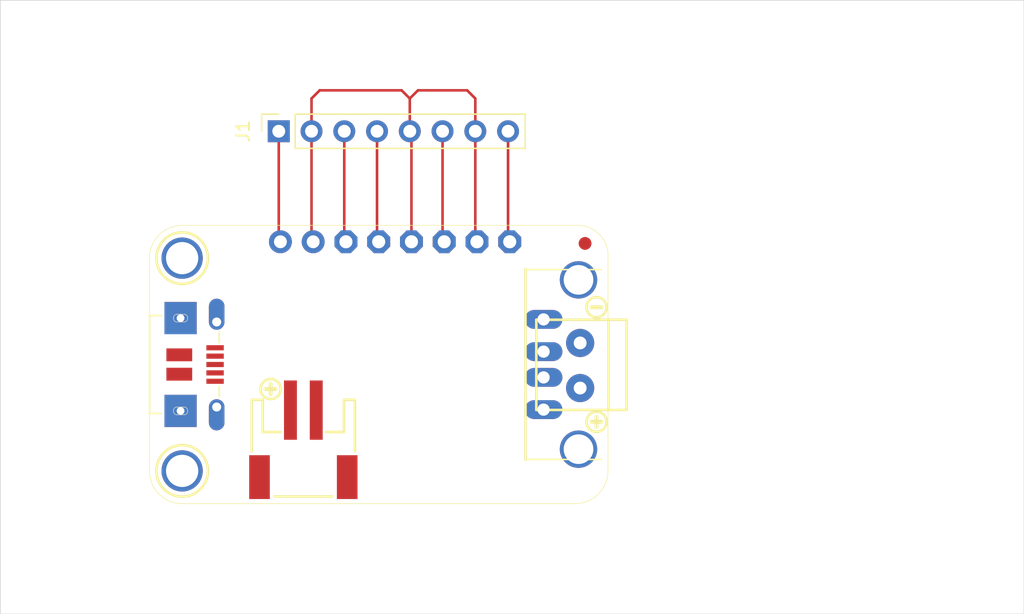
<source format=kicad_pcb>
(kicad_pcb (version 20240108) (generator "pcbnew") (generator_version "8.0")
  (layers (0 "F.Cu" signal) (31 "B.Cu" signal) (34 "B.Paste" user) (35 "F.Paste" user) (36 "B.SilkS" user "B.Silkscreen") (37 "F.SilkS" user "F.Silkscreen") (38 "B.Mask" user) (39 "F.Mask" user) (44 "Edge.Cuts" user))
  (net 0 "")
  (net 1 "/GND")
  (net 2 "/LB")
  (net 3 "/EN")
  (net 4 "/USB")
  (net 5 "/Bat")
  (net 6 "/5V")
  (footprint "PowerBoostCharger:JSTPH2" (layer "F.Cu") (at 83.186437 82.491369 180)
    (property "Reference" "B1" (hide yes))
    (property "Value" "1.8-5V" (hide yes))
    (fp_line (start 4 4.5) (end 3.15 4.5) (stroke (width 0.2032)) (layer "F.SilkS"))
    (fp_line (start 4 0.5) (end 4 4.5) (stroke (width 0.2032)) (layer "F.SilkS"))
    (fp_line (start 3.15 4.5) (end 3.15 2) (stroke (width 0.2032)) (layer "F.SilkS"))
    (fp_line (start 3.15 2) (end 1.75 2) (stroke (width 0.2032)) (layer "F.SilkS"))
    (fp_line (start -1.75 2) (end -3.15 2) (stroke (width 0.2032)) (layer "F.SilkS"))
    (fp_line (start -2.25 -3) (end 2.25 -3) (stroke (width 0.2032)) (layer "F.SilkS"))
    (fp_line (start -3.15 4.5) (end -4 4.5) (stroke (width 0.2032)) (layer "F.SilkS"))
    (fp_line (start -3.15 2) (end -3.15 4.5) (stroke (width 0.2032)) (layer "F.SilkS"))
    (fp_line (start -4 4.5) (end -4 0.5) (stroke (width 0.2032)) (layer "F.SilkS"))
    (pad "1" smd rect (at -1 3.7 180) (size 1 4.6) (layers "F.Cu" "F.Paste" "F.Mask"))
    (pad "2" smd rect (at 1 3.7 180) (size 1 4.6) (layers "F.Cu" "F.Paste" "F.Mask"))
    (pad "NC1" smd rect (at -3.4 -1.5 270) (size 3.4 1.6) (layers "F.Cu" "F.Paste" "F.Mask"))
    (pad "NC2" smd rect (at 3.4 -1.5 270) (size 3.4 1.6) (layers "F.Cu" "F.Paste" "F.Mask"))
  )
  (footprint "PowerBoostCharger:SYMBOL_PLUS" (layer "F.Cu") (at 80.646437 77.157369)
    (property "Reference" "U$13" (hide yes))
    (property "Value" "" (hide yes))
    (fp_line (start 0 -0.3968) (end 0 0.3968) (stroke (width 0.3048)) (layer "F.SilkS"))
    (fp_line (start 0.3968 0) (end -0.3969 0) (stroke (width 0.3048)) (layer "F.SilkS"))
    (fp_circle (center 0 0) (end 0.7817 0) (stroke (width 0.2032)) (fill none) (layer "F.SilkS"))
  )
  (footprint "Connector_PinSocket_2.54mm:PinSocket_1x08_P2.54mm_Vertical" (layer "F.Cu") (at 81.28 57.15 90)
    (property "Reference" "J1" (at 0 -2.77 90) (layer "F.SilkS"))
    (property "Value" "Conn_01x08")
    (fp_line (start 1.33 -1.33) (end 1.33 0) (stroke (width 0.12)) (layer "F.SilkS"))
    (fp_line (start 0 -1.33) (end 1.33 -1.33) (stroke (width 0.12)) (layer "F.SilkS"))
    (fp_line (start 1.33 1.27) (end 1.33 19.11) (stroke (width 0.12)) (layer "F.SilkS"))
    (fp_line (start -1.33 1.27) (end 1.33 1.27) (stroke (width 0.12)) (layer "F.SilkS"))
    (fp_line (start -1.33 1.27) (end -1.33 19.11) (stroke (width 0.12)) (layer "F.SilkS"))
    (fp_line (start -1.33 19.11) (end 1.33 19.11) (stroke (width 0.12)) (layer "F.SilkS"))
    (pad "1" thru_hole rect (at 0 0 90) (size 1.7 1.7) (drill 1) (layers "*.Cu" "*.Mask") (net 4 "/USB"))
    (pad "2" thru_hole oval (at 0 2.54 90) (size 1.7 1.7) (drill 1) (layers "*.Cu" "*.Mask") (net 1 "/GND"))
    (pad "3" thru_hole oval (at 0 5.08 90) (size 1.7 1.7) (drill 1) (layers "*.Cu" "*.Mask") (net 5 "/Bat"))
    (pad "4" thru_hole oval (at 0 7.62 90) (size 1.7 1.7) (drill 1) (layers "*.Cu" "*.Mask") (net 3 "/EN"))
    (pad "5" thru_hole oval (at 0 10.16 90) (size 1.7 1.7) (drill 1) (layers "*.Cu" "*.Mask") (net 1 "/GND"))
    (pad "6" thru_hole oval (at 0 12.7 90) (size 1.7 1.7) (drill 1) (layers "*.Cu" "*.Mask") (net 2 "/LB"))
    (pad "7" thru_hole oval (at 0 15.24 90) (size 1.7 1.7) (drill 1) (layers "*.Cu" "*.Mask") (net 1 "/GND"))
    (pad "8" thru_hole oval (at 0 17.78 90) (size 1.7 1.7) (drill 1) (layers "*.Cu" "*.Mask") (net 6 "/5V"))
  )
  (footprint "PowerBoostCharger:SYMBOL_MINUS" (layer "F.Cu") (at 105.919437 70.807369)
    (property "Reference" "U$26" (hide yes))
    (property "Value" "" (hide yes))
    (fp_line (start 0.3968 0) (end -0.3969 0) (stroke (width 0.3048)) (layer "F.SilkS"))
    (fp_circle (center 0 0) (end 0.7817 0) (stroke (width 0.2032)) (fill none) (layer "F.SilkS"))
  )
  (footprint "PowerBoostCharger:1X02_ROUND" (layer "F.Cu") (at 82.678437 65.727369)
    (property "Reference" "JP2" (hide yes))
    (property "Value" "" (hide yes))
    (pad "GND" thru_hole circle (at 1.27 0 90) (size 1.778 1.778) (drill 1) (layers "*.Cu" "*.Mask") (net 1 "/GND"))
    (pad "USB" thru_hole circle (at -1.27 0 90) (size 1.778 1.778) (drill 1) (layers "*.Cu" "*.Mask") (net 4 "/USB"))
  )
  (footprint "PowerBoostCharger:MOUNTINGHOLE_2.5_PLATED" (layer "F.Cu") (at 73.788437 66.997369)
    (property "Reference" "U$10" (hide yes))
    (property "Value" "MOUNTINGHOLE2.5" (hide yes))
    (fp_circle (center 0 0) (end 2 0) (stroke (width 0.2032)) (fill none) (layer "F.SilkS"))
    (pad "P$1" thru_hole circle (at 0 0) (size 3.2 3.2) (drill 2.5) (layers "*.Cu" "*.Mask"))
  )
  (footprint "PowerBoostCharger:MOUNTINGHOLE_2.5_PLATED" (layer "F.Cu") (at 73.788437 83.507369)
    (property "Reference" "U$12" (hide yes))
    (property "Value" "MOUNTINGHOLE2.5" (hide yes))
    (fp_circle (center 0 0) (end 2 0) (stroke (width 0.2032)) (fill none) (layer "F.SilkS"))
    (pad "P$1" thru_hole circle (at 0 0) (size 3.2 3.2) (drill 2.5) (layers "*.Cu" "*.Mask"))
  )
  (footprint "PowerBoostCharger:FIDUCIAL_1MM" (layer "F.Cu") (at 105.030437 65.854369)
    (property "Reference" "FID3" (hide yes))
    (property "Value" "FIDUCIAL\"\"" (hide yes))
    (pad "1" smd roundrect (at 0 0) (size 1 1) (layers "F.Cu" "F.Mask") (roundrect_rratio 0.5))
  )
  (footprint "PowerBoostCharger:TERMBLOCK_1X2-3.5MM" (layer "F.Cu") (at 104.649437 75.379369 90)
    (property "Reference" "X1" (hide yes))
    (property "Value" "" (hide yes))
    (fp_line (start 3.6 -3.4) (end -3.4 -3.4) (stroke (width 0.2032)) (layer "F.SilkS"))
    (fp_line (start -3.4 -3.4) (end -3.4 2.2) (stroke (width 0.2032)) (layer "F.SilkS"))
    (fp_line (start 3.6 2.2) (end 3.6 -3.4) (stroke (width 0.2032)) (layer "F.SilkS"))
    (fp_line (start -3.4 2.2) (end 3.6 2.2) (stroke (width 0.2032)) (layer "F.SilkS"))
    (fp_line (start -3.4 2.2) (end -3.4 3.6) (stroke (width 0.2032)) (layer "F.SilkS"))
    (fp_line (start 3.6 3.6) (end 3.6 2.2) (stroke (width 0.2032)) (layer "F.SilkS"))
    (fp_line (start -3.4 3.6) (end 3.6 3.6) (stroke (width 0.2032)) (layer "F.SilkS"))
    (pad "1" thru_hole circle (at 1.8 0 90) (size 2.1844 2.1844) (drill 1) (layers "*.Cu" "*.Mask"))
    (pad "2" thru_hole circle (at -1.7 0 90) (size 2.1844 2.1844) (drill 1) (layers "*.Cu" "*.Mask"))
  )
  (footprint "PowerBoostCharger:1X06-CLEANBIG" (layer "F.Cu") (at 92.838437 65.727369)
    (property "Reference" "JP1" (hide yes))
    (property "Value" "" (hide yes))
    (pad "5V" thru_hole roundrect (at 6.35 0 90) (size 1.778 1.778) (drill 1.016) (layers "*.Cu" "*.Mask") (chamfer_ratio 0.2928932188) (chamfer top_left top_right bottom_left bottom_right) (net 6 "/5V"))
    (pad "Bat" thru_hole roundrect (at -6.35 0 90) (size 1.778 1.778) (drill 1.016) (layers "*.Cu" "*.Mask") (chamfer_ratio 0.2928932188) (chamfer top_left top_right bottom_left bottom_right) (net 5 "/Bat"))
    (pad "EN" thru_hole roundrect (at -3.81 0 90) (size 1.778 1.778) (drill 1.016) (layers "*.Cu" "*.Mask") (chamfer_ratio 0.2928932188) (chamfer top_left top_right bottom_left bottom_right) (net 3 "/EN"))
    (pad "GND" thru_hole roundrect (at -1.27 0 90) (size 1.778 1.778) (drill 1.016) (layers "*.Cu" "*.Mask") (chamfer_ratio 0.2928932188) (chamfer top_left top_right bottom_left bottom_right) (net 1 "/GND"))
    (pad "GND" thru_hole roundrect (at 3.81 0 90) (size 1.778 1.778) (drill 1.016) (layers "*.Cu" "*.Mask") (chamfer_ratio 0.2928932188) (chamfer top_left top_right bottom_left bottom_right) (net 1 "/GND"))
    (pad "LB" thru_hole roundrect (at 1.27 0 90) (size 1.778 1.778) (drill 1.016) (layers "*.Cu" "*.Mask") (chamfer_ratio 0.2928932188) (chamfer top_left top_right bottom_left bottom_right) (net 2 "/LB"))
  )
  (footprint "PowerBoostCharger:USB_HOST-PTH" (layer "F.Cu") (at 108.332437 75.252369 90)
    (property "Reference" "CN1" (hide yes))
    (property "Value" "USBA_FEMALE" (hide yes))
    (fp_line (start 7.4 -7.92) (end -7.4 -7.92) (stroke (width 0.2032)) (layer "F.SilkS"))
    (fp_line (start 7.366 -7.874) (end 7.366 -2.032) (stroke (width 0.127)) (layer "F.SilkS"))
    (fp_line (start -7.366 -7.874) (end -7.366 -2.032) (stroke (width 0.127)) (layer "F.SilkS"))
    (pad "D+" thru_hole oval (at 1 -6.52 180) (size 2.916 1.458) (drill 0.95) (layers "*.Cu" "*.Mask"))
    (pad "D-" thru_hole oval (at -1 -6.52 180) (size 2.916 1.458) (drill 0.95) (layers "*.Cu" "*.Mask"))
    (pad "GND" thru_hole oval (at 3.5 -6.52 180) (size 2.916 1.458) (drill 0.95) (layers "*.Cu" "*.Mask"))
    (pad "S1" thru_hole circle (at -6.57 -3.81 90) (size 2.9 2.9) (drill 2.3) (layers "*.Cu" "*.Mask"))
    (pad "S2" thru_hole circle (at 6.57 -3.81 270) (size 2.9 2.9) (drill 2.3) (layers "*.Cu" "*.Mask"))
    (pad "VBUS" thru_hole oval (at -3.5 -6.52 180) (size 2.916 1.458) (drill 0.95) (layers "*.Cu" "*.Mask"))
  )
  (footprint "PowerBoostCharger:SYMBOL_PLUS" (layer "F.Cu") (at 105.919437 79.697369)
    (property "Reference" "U$25" (hide yes))
    (property "Value" "" (hide yes))
    (fp_line (start 0 -0.3968) (end 0 0.3968) (stroke (width 0.3048)) (layer "F.SilkS"))
    (fp_line (start 0.3968 0) (end -0.3969 0) (stroke (width 0.3048)) (layer "F.SilkS"))
    (fp_circle (center 0 0) (end 0.7817 0) (stroke (width 0.2032)) (fill none) (layer "F.SilkS"))
  )
  (footprint "PowerBoostCharger:4UCONN_20329" (layer "F.Cu") (at 75.566437 75.252369 -90)
    (property "Reference" "X2" (hide yes))
    (property "Value" "microUSB")
    (fp_line (start -3.8 4.3) (end 3.8 4.3) (stroke (width 0.127)) (layer "F.SilkS"))
    (fp_line (start 3.8 4.3) (end 3.8 3.4) (stroke (width 0.127)) (layer "F.SilkS"))
    (fp_line (start -3.8 3.4) (end -3.8 4.3) (stroke (width 0.127)) (layer "F.SilkS"))
    (fp_line (start -2.5 -1.1) (end -1.7 -1.1) (stroke (width 0.127)) (layer "F.SilkS"))
    (fp_line (start 1.7 -1.1) (end 2.5 -1.1) (stroke (width 0.127)) (layer "F.SilkS"))
    (fp_line (start -3.9 2.2) (end -3.9 1.6) (stroke (width 0.05)) (layer "Edge.Cuts"))
    (fp_line (start 3.3 2.2) (end 3.3 1.6) (stroke (width 0.05)) (layer "Edge.Cuts"))
    (fp_line (start -3.3 1.6) (end -3.3 2.2) (stroke (width 0.05)) (layer "Edge.Cuts"))
    (fp_line (start 3.9 1.6) (end 3.9 2.2) (stroke (width 0.05)) (layer "Edge.Cuts"))
    (fp_arc (start -3.6 2.45) (mid -3.801777 2.387132) (end -3.9 2.2) (stroke (width 0.05)) (layer "Edge.Cuts"))
    (fp_arc (start 3.6 2.45) (mid 3.398223 2.387132) (end 3.3 2.2) (stroke (width 0.05)) (layer "Edge.Cuts"))
    (fp_arc (start -3.3 2.2) (mid -3.398223 2.387132) (end -3.6 2.45) (stroke (width 0.05)) (layer "Edge.Cuts"))
    (fp_arc (start 3.9 2.2) (mid 3.801777 2.387132) (end 3.6 2.45) (stroke (width 0.05)) (layer "Edge.Cuts"))
    (fp_arc (start -3.9 1.6) (mid -3.801777 1.412868) (end -3.6 1.35) (stroke (width 0.05)) (layer "Edge.Cuts"))
    (fp_arc (start 3.3 1.6) (mid 3.398223 1.412868) (end 3.6 1.35) (stroke (width 0.05)) (layer "Edge.Cuts"))
    (fp_arc (start -3.6 1.35) (mid -3.398223 1.412868) (end -3.3 1.6) (stroke (width 0.05)) (layer "Edge.Cuts"))
    (fp_arc (start 3.6 1.35) (mid 3.801777 1.412868) (end 3.9 1.6) (stroke (width 0.05)) (layer "Edge.Cuts"))
    (pad "" np_thru_hole circle (at -1.95 0 270) (size 0.7 0.7) (drill 0.7) (layers "F&B.Cu" "*.Mask"))
    (pad "" np_thru_hole circle (at 1.95 0 270) (size 0.7 0.7) (drill 0.7) (layers "F&B.Cu" "*.Mask"))
    (pad "BASE@1" smd rect (at -0.75 2) (size 2 1) (layers "F.Cu" "F.Paste" "F.Mask"))
    (pad "BASE@2" smd rect (at 0.75 2) (size 2 1) (layers "F.Cu" "F.Paste" "F.Mask"))
    (pad "D+" smd rect (at 0 -0.775 270) (size 0.4 1.35) (layers "F.Cu" "F.Paste"))
    (pad "D-" smd rect (at -0.65 -0.775 270) (size 0.4 1.35) (layers "F.Cu" "F.Paste"))
    (pad "GND" smd rect (at 1.3 -0.775 270) (size 0.4 1.35) (layers "F.Cu" "F.Paste"))
    (pad "ID" smd rect (at 0.65 -0.775 270) (size 0.4 1.35) (layers "F.Cu" "F.Paste"))
    (pad "SPRT@1" thru_hole oval (at -3.3 -0.9 90) (size 2.416 1.208) (drill 0.7 (offset 0.604 0)) (layers "*.Cu" "*.Mask"))
    (pad "SPRT@2" thru_hole oval (at 3.3 -0.9 270) (size 2.416 1.208) (drill 0.7 (offset 0.604 0)) (layers "*.Cu" "*.Mask"))
    (pad "SPRT@3" thru_hole rect (at -3.6 1.9) (size 2.5 2.5) (drill 0.6) (layers "*.Cu" "*.Mask"))
    (pad "SPRT@4" thru_hole rect (at 3.6 1.9) (size 2.5 2.5) (drill 0.6) (layers "*.Cu" "*.Mask"))
    (pad "VBUS" smd rect (at -1.3 -0.775 270) (size 0.4 1.35) (layers "F.Cu" "F.Paste"))
  )
  (gr_line (start 104.649437 64.457369) (end 73.788437 64.457369) (stroke (width 0.05)) (layer "F.SilkS"))
  (gr_line (start 73.788437 86.047369) (end 104.268437 86.047369) (stroke (width 0.05)) (layer "F.SilkS"))
  (gr_arc (start 71.248437 66.997369) (mid 71.992386 65.201318) (end 73.788437 64.457369) (stroke (width 0.05)) (layer "F.SilkS"))
  (gr_line (start 71.248437 66.997369) (end 71.248437 83.507369) (stroke (width 0.05)) (layer "F.SilkS"))
  (gr_arc (start 106.808437 83.507369) (mid 106.064489 85.303421) (end 104.268437 86.047369) (stroke (width 0.05)) (layer "F.SilkS"))
  (gr_arc (start 73.788437 86.047369) (mid 71.992386 85.30342) (end 71.248437 83.507369) (stroke (width 0.05)) (layer "F.SilkS"))
  (gr_line (start 106.808437 83.507369) (end 106.808437 66.997369) (stroke (width 0.05)) (layer "F.SilkS"))
  (gr_arc (start 104.649437 64.457369) (mid 106.25495 65.280258) (end 106.808437 66.997369) (stroke (width 0.05)) (layer "F.SilkS"))
  (gr_rect (start 59.69 46.99) (end 139.065 94.615) (stroke (width 0.05)) (fill none) (layer "Edge.Cuts"))
  (segment (start 84.455 53.975) (end 90.805 53.975) (width 0.2) (layer "F.Cu") (net 1))
  (segment (start 83.82 54.61) (end 84.455 53.975) (width 0.2) (layer "F.Cu") (net 1))
  (segment (start 96.52 57.15) (end 96.52 65.598932) (width 0.2) (layer "F.Cu") (net 1))
  (segment (start 96.52 54.61) (end 95.885 53.975) (width 0.2) (layer "F.Cu") (net 1))
  (segment (start 83.82 57.15) (end 83.82 65.598932) (width 0.2) (layer "F.Cu") (net 1))
  (segment (start 91.44 57.785) (end 91.568437 57.913437) (width 0.2) (layer "F.Cu") (net 1))
  (segment (start 91.44 54.61) (end 91.44 57.15) (width 0.2) (layer "F.Cu") (net 1))
  (segment (start 91.568437 57.913437) (end 91.568437 65.727369) (width 0.2) (layer "F.Cu") (net 1))
  (segment (start 92.075 53.975) (end 91.44 54.61) (width 0.2) (layer "F.Cu") (net 1))
  (segment (start 96.52 65.598932) (end 96.648437 65.727369) (width 0.2) (layer "F.Cu") (net 1))
  (segment (start 83.82 57.15) (end 83.82 54.61) (width 0.2) (layer "F.Cu") (net 1))
  (segment (start 96.52 57.15) (end 96.52 54.61) (width 0.2) (layer "F.Cu") (net 1))
  (segment (start 91.44 57.15) (end 91.44 57.785) (width 0.2) (layer "F.Cu") (net 1))
  (segment (start 90.805 53.975) (end 91.44 54.61) (width 0.2) (layer "F.Cu") (net 1))
  (segment (start 95.885 53.975) (end 92.075 53.975) (width 0.2) (layer "F.Cu") (net 1))
  (segment (start 83.82 65.598932) (end 83.948437 65.727369) (width 0.2) (layer "F.Cu") (net 1))
  (segment (start 93.98 65.598932) (end 94.108437 65.727369) (width 0.2) (layer "F.Cu") (net 2))
  (segment (start 93.98 57.15) (end 93.98 65.598932) (width 0.2) (layer "F.Cu") (net 2))
  (segment (start 88.9 65.598932) (end 89.028437 65.727369) (width 0.2) (layer "F.Cu") (net 3))
  (segment (start 88.9 57.15) (end 88.9 65.598932) (width 0.2) (layer "F.Cu") (net 3))
  (segment (start 81.28 65.598932) (end 81.408437 65.727369) (width 0.2) (layer "F.Cu") (net 4))
  (segment (start 81.28 57.15) (end 81.28 65.598932) (width 0.2) (layer "F.Cu") (net 4))
  (segment (start 86.36 57.15) (end 86.36 65.598932) (width 0.2) (layer "F.Cu") (net 5))
  (segment (start 86.36 65.598932) (end 86.488437 65.727369) (width 0.2) (layer "F.Cu") (net 5))
  (segment (start 99.06 65.598932) (end 99.188437 65.727369) (width 0.2) (layer "F.Cu") (net 6))
  (segment (start 99.06 57.15) (end 99.06 65.598932) (width 0.2) (layer "F.Cu") (net 6))
)
</source>
